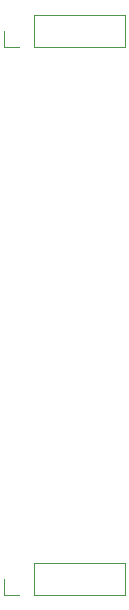
<source format=gto>
G04 #@! TF.GenerationSoftware,KiCad,Pcbnew,7.0.10*
G04 #@! TF.CreationDate,2024-06-27T11:43:53+02:00*
G04 #@! TF.ProjectId,Traffic LED Riser,54726166-6669-4632-904c-454420526973,rev?*
G04 #@! TF.SameCoordinates,Original*
G04 #@! TF.FileFunction,Legend,Top*
G04 #@! TF.FilePolarity,Positive*
%FSLAX46Y46*%
G04 Gerber Fmt 4.6, Leading zero omitted, Abs format (unit mm)*
G04 Created by KiCad (PCBNEW 7.0.10) date 2024-06-27 11:43:53*
%MOMM*%
%LPD*%
G01*
G04 APERTURE LIST*
%ADD10C,0.120000*%
%ADD11C,3.500000*%
%ADD12R,1.700000X1.700000*%
%ADD13O,1.700000X1.700000*%
G04 APERTURE END LIST*
D10*
X107987668Y-79052000D02*
X115667668Y-79052000D01*
X106717668Y-81712000D02*
X105387668Y-81712000D01*
X115667668Y-81712000D02*
X115667668Y-79052000D01*
X107987668Y-81712000D02*
X107987668Y-79052000D01*
X105387668Y-81712000D02*
X105387668Y-80382000D01*
X107987668Y-81712000D02*
X115667668Y-81712000D01*
X107987668Y-128108000D02*
X115667668Y-128108000D01*
X105387668Y-128108000D02*
X105387668Y-126778000D01*
X107987668Y-128108000D02*
X107987668Y-125448000D01*
X115667668Y-128108000D02*
X115667668Y-125448000D01*
X106717668Y-128108000D02*
X105387668Y-128108000D01*
X107987668Y-125448000D02*
X115667668Y-125448000D01*
%LPC*%
D11*
X118000000Y-118750000D03*
X103000000Y-118750000D03*
X118000000Y-75000000D03*
X103000000Y-75000000D03*
D12*
X106717668Y-80382000D03*
D13*
X109257668Y-80382000D03*
X111797668Y-80382000D03*
X114337668Y-80382000D03*
X114337668Y-126778000D03*
X111797668Y-126778000D03*
X109257668Y-126778000D03*
D12*
X106717668Y-126778000D03*
%LPD*%
M02*

</source>
